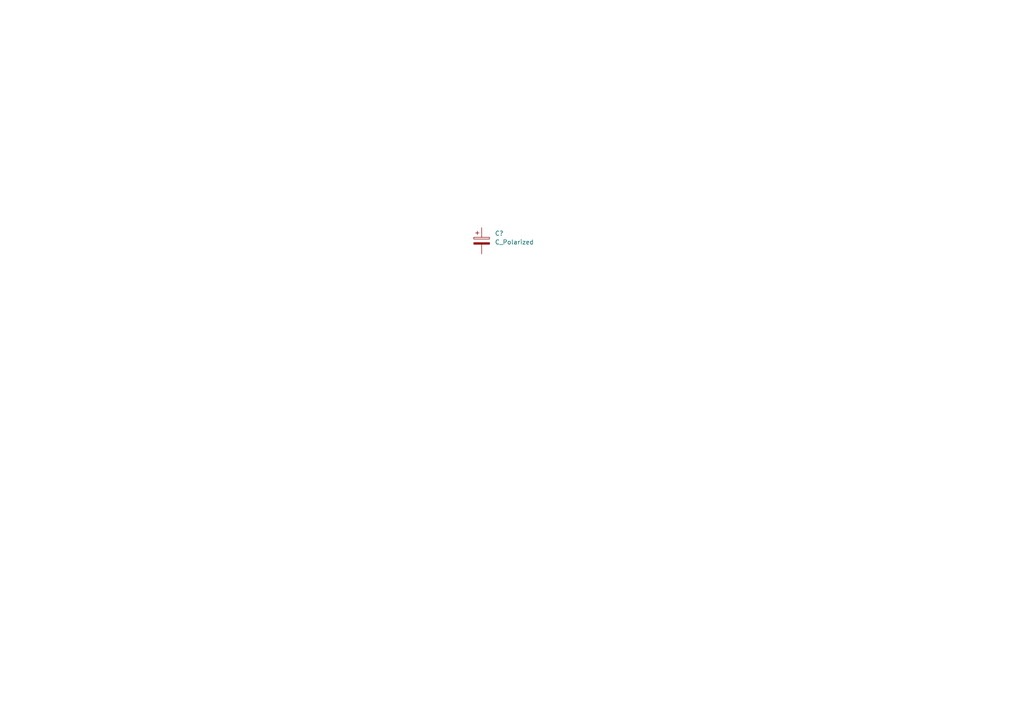
<source format=kicad_sch>
(kicad_sch (version 20250114) (generator "eeschema") (generator_version "9.0")
  (paper "A4")
  (title_block (title "capacitor_electrolytic"))
  (lib_symbols
    (symbol "Device:C_Polarized" (pin_numbers (hide yes)) (pin_names (offset 0.254))
      (property "Reference" "C" (at 0.635 2.54 0))
      (property "Value" "C_Polarized" (at 0.635 -2.54 0))
      (symbol "C_Polarized_0_1"
        (rectangle (start -2.286 0.508) (end 2.286 1.016))
        (polyline (pts (xy -1.778 2.286) (xy -0.762 2.286)))
        (polyline (pts (xy -1.27 2.794) (xy -1.27 1.778)))
        (rectangle (start 2.286 -0.508) (end -2.286 -1.016) (fill (type outline)))
      )
      (symbol "C_Polarized_1_1"
        (pin passive line (at 0 3.81 270) (length 2.794) (name "~") (number "1"))
        (pin passive line (at 0 -3.81 90) (length 2.794) (name "~") (number "2"))
      )
    )
  )
  (symbol (lib_id "Device:C_Polarized") (at 139.7 69.85 0) (unit 1)
    (property "Reference" "C?" (at 143.51 67.6909 0) (effects (justify left)))
    (property "Value" "C_Polarized" (at 143.51 70.2309 0) (effects (justify left)))
    (property "Description" "Polarized capacitor" (effects (hide yes)))
  )
)
</source>
